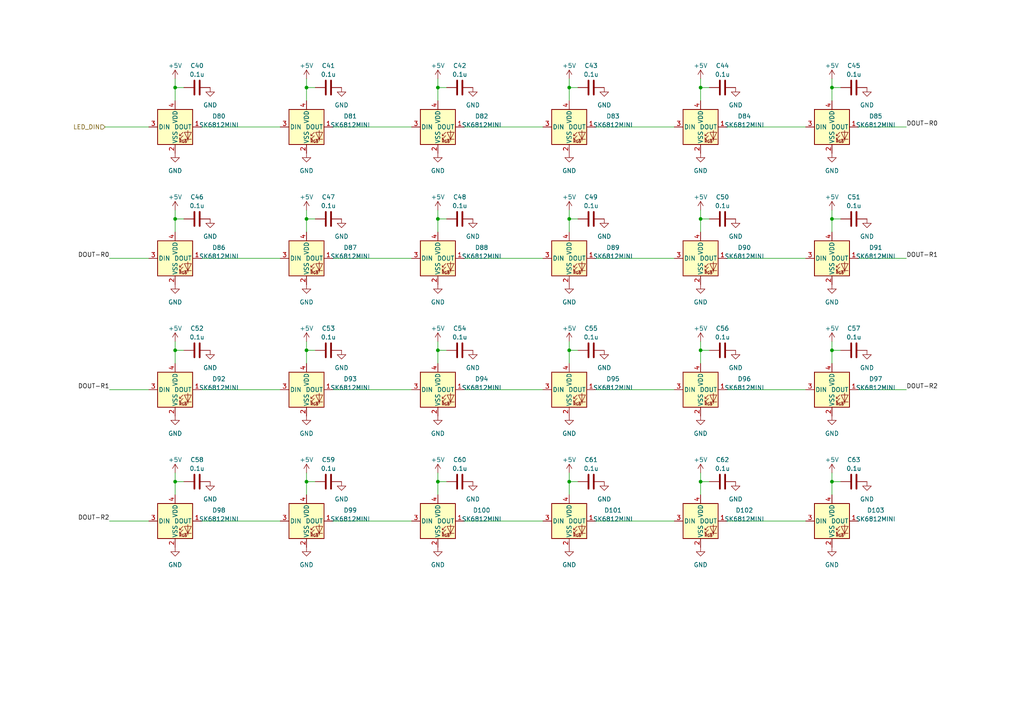
<source format=kicad_sch>
(kicad_sch (version 20230121) (generator eeschema)
  (paper "A4")
  (lib_symbols
    (symbol "Device:C" (pin_numbers hide) (pin_names (offset 0.254))
      (property "Reference" "C" (at 0.635 2.54 0))
      (property "Value" "C" (at 0.635 -2.54 0))
      (symbol "C_0_1"
        (polyline (pts (xy -2.032 -0.762) (xy 2.032 -0.762)) (stroke (width 0.508)))
        (polyline (pts (xy -2.032 0.762) (xy 2.032 0.762)) (stroke (width 0.508)))
      )
      (symbol "C_1_1"
        (pin passive line (at 0 3.81 270) (length 2.794) (name "~") (number "1"))
        (pin passive line (at 0 -3.81 90) (length 2.794) (name "~") (number "2"))
      )
    )
    (symbol "LED:SK6812MINI" (pin_names (offset 0.254))
      (property "Reference" "D" (at 5.08 5.715 0))
      (property "Value" "SK6812MINI" (at 1.27 -5.715 0))
      (symbol "SK6812MINI_0_0"
        (text "RGB" (at 2.286 -4.191 0) (effects (font (size 0.762 0.762))))
      )
      (symbol "SK6812MINI_0_1"
        (polyline (pts (xy 1.27 -3.556) (xy 1.778 -3.556)))
        (polyline (pts (xy 1.27 -2.54) (xy 1.778 -2.54)))
        (polyline (pts (xy 4.699 -3.556) (xy 2.667 -3.556)))
        (polyline (pts (xy 2.286 -2.54) (xy 1.27 -3.556) (xy 1.27 -3.048)))
        (polyline (pts (xy 2.286 -1.524) (xy 1.27 -2.54) (xy 1.27 -2.032)))
        (polyline (pts (xy 3.683 -1.016) (xy 3.683 -3.556) (xy 3.683 -4.064)))
        (polyline (pts (xy 4.699 -1.524) (xy 2.667 -1.524) (xy 3.683 -3.556) (xy 4.699 -1.524)))
        (rectangle (start 5.08 5.08) (end -5.08 -5.08) (stroke (width 0.254)) (fill (type background)))
      )
      (symbol "SK6812MINI_1_1"
        (pin output line (at 7.62 0 180) (length 2.54) (name "DOUT") (number "1"))
        (pin power_in line (at 0 -7.62 90) (length 2.54) (name "VSS") (number "2"))
        (pin input line (at -7.62 0 0) (length 2.54) (name "DIN") (number "3"))
        (pin power_in line (at 0 7.62 270) (length 2.54) (name "VDD") (number "4"))
      )
    )
    (symbol "power:+5V" (power) (pin_names (offset 0))
      (property "Value" "+5V" (at 0 3.556 0))
      (symbol "+5V_0_1"
        (polyline (pts (xy -0.762 1.27) (xy 0 2.54)))
        (polyline (pts (xy 0 0) (xy 0 2.54)))
        (polyline (pts (xy 0 2.54) (xy 0.762 1.27)))
      )
      (symbol "+5V_1_1"
        (pin power_in line (at 0 0 90) (length 0) hide (name "+5V") (number "1"))
      )
    )
    (symbol "power:GND" (power) (pin_names (offset 0))
      (property "Value" "GND" (at 0 -3.81 0))
      (symbol "GND_0_1"
        (polyline (pts (xy 0 0) (xy 0 -1.27) (xy 1.27 -1.27) (xy 0 -2.54) (xy -1.27 -1.27) (xy 0 -1.27)))
      )
      (symbol "GND_1_1"
        (pin power_in line (at 0 0 270) (length 0) hide (name "GND") (number "1"))
      )
    )
  )
  (junction (at 165.1 101.6))
  (junction (at 241.3 25.4))
  (junction (at 127 101.6))
  (junction (at 165.1 139.7))
  (junction (at 203.2 63.5))
  (junction (at 127 139.7))
  (junction (at 165.1 63.5))
  (junction (at 241.3 101.6))
  (junction (at 165.1 25.4))
  (junction (at 50.8 139.7))
  (junction (at 50.8 63.5))
  (junction (at 241.3 63.5))
  (junction (at 203.2 139.7))
  (junction (at 241.3 139.7))
  (junction (at 50.8 101.6))
  (junction (at 203.2 25.4))
  (junction (at 203.2 101.6))
  (junction (at 50.8 25.4))
  (junction (at 88.9 25.4))
  (junction (at 88.9 101.6))
  (junction (at 88.9 63.5))
  (junction (at 127 25.4))
  (junction (at 127 63.5))
  (junction (at 88.9 139.7))
  (wire (pts (xy 243.84 63.5) (xy 241.3 63.5)))
  (wire (pts (xy 88.9 101.6) (xy 88.9 105.41)))
  (wire (pts (xy 203.2 25.4) (xy 203.2 29.21)))
  (wire (pts (xy 91.44 25.4) (xy 88.9 25.4)))
  (wire (pts (xy 241.3 139.7) (xy 241.3 143.51)))
  (wire (pts (xy 50.8 22.86) (xy 50.8 25.4)))
  (wire (pts (xy 58.42 36.83) (xy 81.28 36.83)))
  (wire (pts (xy 203.2 63.5) (xy 203.2 67.31)))
  (wire (pts (xy 172.72 74.93) (xy 195.58 74.93)))
  (wire (pts (xy 127 60.96) (xy 127 63.5)))
  (wire (pts (xy 210.82 74.93) (xy 233.68 74.93)))
  (wire (pts (xy 50.8 63.5) (xy 50.8 67.31)))
  (wire (pts (xy 53.34 25.4) (xy 50.8 25.4)))
  (wire (pts (xy 167.64 25.4) (xy 165.1 25.4)))
  (wire (pts (xy 203.2 101.6) (xy 203.2 105.41)))
  (wire (pts (xy 129.54 139.7) (xy 127 139.7)))
  (wire (pts (xy 165.1 63.5) (xy 165.1 67.31)))
  (wire (pts (xy 203.2 137.16) (xy 203.2 139.7)))
  (wire (pts (xy 241.3 137.16) (xy 241.3 139.7)))
  (wire (pts (xy 88.9 137.16) (xy 88.9 139.7)))
  (wire (pts (xy 203.2 99.06) (xy 203.2 101.6)))
  (wire (pts (xy 53.34 101.6) (xy 50.8 101.6)))
  (wire (pts (xy 134.62 113.03) (xy 157.48 113.03)))
  (wire (pts (xy 127 137.16) (xy 127 139.7)))
  (wire (pts (xy 241.3 60.96) (xy 241.3 63.5)))
  (wire (pts (xy 165.1 101.6) (xy 165.1 105.41)))
  (wire (pts (xy 165.1 60.96) (xy 165.1 63.5)))
  (wire (pts (xy 30.48 36.83) (xy 43.18 36.83)))
  (wire (pts (xy 50.8 60.96) (xy 50.8 63.5)))
  (wire (pts (xy 88.9 60.96) (xy 88.9 63.5)))
  (wire (pts (xy 165.1 25.4) (xy 165.1 29.21)))
  (wire (pts (xy 129.54 63.5) (xy 127 63.5)))
  (wire (pts (xy 91.44 139.7) (xy 88.9 139.7)))
  (wire (pts (xy 50.8 101.6) (xy 50.8 105.41)))
  (wire (pts (xy 88.9 25.4) (xy 88.9 29.21)))
  (wire (pts (xy 127 99.06) (xy 127 101.6)))
  (wire (pts (xy 243.84 101.6) (xy 241.3 101.6)))
  (wire (pts (xy 167.64 63.5) (xy 165.1 63.5)))
  (wire (pts (xy 134.62 151.13) (xy 157.48 151.13)))
  (wire (pts (xy 53.34 63.5) (xy 50.8 63.5)))
  (wire (pts (xy 31.75 151.13) (xy 43.18 151.13)))
  (wire (pts (xy 165.1 137.16) (xy 165.1 139.7)))
  (wire (pts (xy 172.72 113.03) (xy 195.58 113.03)))
  (wire (pts (xy 167.64 101.6) (xy 165.1 101.6)))
  (wire (pts (xy 241.3 63.5) (xy 241.3 67.31)))
  (wire (pts (xy 205.74 63.5) (xy 203.2 63.5)))
  (wire (pts (xy 205.74 139.7) (xy 203.2 139.7)))
  (wire (pts (xy 127 22.86) (xy 127 25.4)))
  (wire (pts (xy 241.3 25.4) (xy 241.3 29.21)))
  (wire (pts (xy 127 101.6) (xy 127 105.41)))
  (wire (pts (xy 241.3 99.06) (xy 241.3 101.6)))
  (wire (pts (xy 243.84 139.7) (xy 241.3 139.7)))
  (wire (pts (xy 58.42 74.93) (xy 81.28 74.93)))
  (wire (pts (xy 88.9 99.06) (xy 88.9 101.6)))
  (wire (pts (xy 127 25.4) (xy 127 29.21)))
  (wire (pts (xy 127 139.7) (xy 127 143.51)))
  (wire (pts (xy 88.9 63.5) (xy 88.9 67.31)))
  (wire (pts (xy 165.1 139.7) (xy 165.1 143.51)))
  (wire (pts (xy 205.74 25.4) (xy 203.2 25.4)))
  (wire (pts (xy 210.82 36.83) (xy 233.68 36.83)))
  (wire (pts (xy 248.92 113.03) (xy 262.89 113.03)))
  (wire (pts (xy 88.9 22.86) (xy 88.9 25.4)))
  (wire (pts (xy 134.62 36.83) (xy 157.48 36.83)))
  (wire (pts (xy 241.3 101.6) (xy 241.3 105.41)))
  (wire (pts (xy 53.34 139.7) (xy 50.8 139.7)))
  (wire (pts (xy 58.42 151.13) (xy 81.28 151.13)))
  (wire (pts (xy 203.2 22.86) (xy 203.2 25.4)))
  (wire (pts (xy 50.8 139.7) (xy 50.8 143.51)))
  (wire (pts (xy 88.9 139.7) (xy 88.9 143.51)))
  (wire (pts (xy 134.62 74.93) (xy 157.48 74.93)))
  (wire (pts (xy 129.54 25.4) (xy 127 25.4)))
  (wire (pts (xy 203.2 60.96) (xy 203.2 63.5)))
  (wire (pts (xy 96.52 113.03) (xy 119.38 113.03)))
  (wire (pts (xy 127 63.5) (xy 127 67.31)))
  (wire (pts (xy 165.1 22.86) (xy 165.1 25.4)))
  (wire (pts (xy 96.52 74.93) (xy 119.38 74.93)))
  (wire (pts (xy 241.3 22.86) (xy 241.3 25.4)))
  (wire (pts (xy 210.82 151.13) (xy 233.68 151.13)))
  (wire (pts (xy 31.75 74.93) (xy 43.18 74.93)))
  (wire (pts (xy 96.52 151.13) (xy 119.38 151.13)))
  (wire (pts (xy 165.1 99.06) (xy 165.1 101.6)))
  (wire (pts (xy 91.44 63.5) (xy 88.9 63.5)))
  (wire (pts (xy 248.92 74.93) (xy 262.89 74.93)))
  (wire (pts (xy 58.42 113.03) (xy 81.28 113.03)))
  (wire (pts (xy 50.8 25.4) (xy 50.8 29.21)))
  (wire (pts (xy 172.72 151.13) (xy 195.58 151.13)))
  (wire (pts (xy 172.72 36.83) (xy 195.58 36.83)))
  (wire (pts (xy 205.74 101.6) (xy 203.2 101.6)))
  (wire (pts (xy 31.75 113.03) (xy 43.18 113.03)))
  (wire (pts (xy 91.44 101.6) (xy 88.9 101.6)))
  (wire (pts (xy 50.8 99.06) (xy 50.8 101.6)))
  (wire (pts (xy 248.92 36.83) (xy 262.89 36.83)))
  (wire (pts (xy 129.54 101.6) (xy 127 101.6)))
  (wire (pts (xy 50.8 137.16) (xy 50.8 139.7)))
  (wire (pts (xy 210.82 113.03) (xy 233.68 113.03)))
  (wire (pts (xy 243.84 25.4) (xy 241.3 25.4)))
  (wire (pts (xy 167.64 139.7) (xy 165.1 139.7)))
  (wire (pts (xy 203.2 139.7) (xy 203.2 143.51)))
  (wire (pts (xy 96.52 36.83) (xy 119.38 36.83)))
  (label "DOUT-R0" (at 31.75 74.93 180))
  (label "DOUT-R1" (at 262.89 74.93 0))
  (label "DOUT-R2" (at 262.89 113.03 0))
  (label "DOUT-R0" (at 262.89 36.83 0))
  (label "DOUT-R2" (at 31.75 151.13 180))
  (label "DOUT-R1" (at 31.75 113.03 180))
  (hierarchical_label "LED_DIN" (shape input) (at 30.48 36.83 180))
  (symbol (lib_id "power:GND") (at 99.06 101.6 0) (unit 1)
    (property "Reference" "#PWR0119" (effects hide))
    (property "Value" "GND" (at 99.06 106.68 0))
  )
  (symbol (lib_id "power:GND") (at 137.16 139.7 0) (unit 1)
    (property "Reference" "#PWR0138" (effects hide))
    (property "Value" "GND" (at 137.16 144.78 0))
  )
  (symbol (lib_id "power:GND") (at 137.16 25.4 0) (unit 1)
    (property "Reference" "#PWR084" (effects hide))
    (property "Value" "GND" (at 137.16 30.48 0))
  )
  (symbol (lib_id "power:GND") (at 50.8 120.65 0) (unit 1)
    (property "Reference" "#PWR0124" (effects hide))
    (property "Value" "GND" (at 50.8 125.73 0))
  )
  (symbol (lib_id "LED:SK6812MINI") (at 165.1 36.83 0) (unit 1)
    (property "Reference" "D83" (at 177.8 33.7059 0))
    (property "Value" "SK6812MINI" (at 177.8 36.2459 0))
    (property "Footprint" "LED_SMD:LED_SK6812MINI_PLCC4_3.5x3.5mm_P1.75mm" (effects hide))
    (property "Datasheet" "https://cdn-shop.adafruit.com/product-files/2686/SK6812MINI_REV.01-1-2.pdf" (effects hide))
  )
  (symbol (lib_id "power:GND") (at 203.2 82.55 0) (unit 1)
    (property "Reference" "#PWR0110" (effects hide))
    (property "Value" "GND" (at 203.2 87.63 0))
  )
  (symbol (lib_id "power:+5V") (at 203.2 137.16 0) (unit 1)
    (property "Reference" "#PWR0134" (effects hide))
    (property "Value" "+5V" (at 203.2 133.35 0))
  )
  (symbol (lib_id "power:+5V") (at 203.2 22.86 0) (unit 1)
    (property "Reference" "#PWR080" (effects hide))
    (property "Value" "+5V" (at 203.2 19.05 0))
  )
  (symbol (lib_id "LED:SK6812MINI") (at 241.3 36.83 0) (unit 1)
    (property "Reference" "D85" (at 254 33.7059 0))
    (property "Value" "SK6812MINI" (at 254 36.2459 0))
    (property "Footprint" "LED_SMD:LED_SK6812MINI_PLCC4_3.5x3.5mm_P1.75mm" (effects hide))
    (property "Datasheet" "https://cdn-shop.adafruit.com/product-files/2686/SK6812MINI_REV.01-1-2.pdf" (effects hide))
  )
  (symbol (lib_id "power:GND") (at 213.36 101.6 0) (unit 1)
    (property "Reference" "#PWR0122" (effects hide))
    (property "Value" "GND" (at 213.36 106.68 0))
  )
  (symbol (lib_id "power:GND") (at 127 120.65 0) (unit 1)
    (property "Reference" "#PWR0126" (effects hide))
    (property "Value" "GND" (at 127 125.73 0))
  )
  (symbol (lib_id "power:GND") (at 175.26 25.4 0) (unit 1)
    (property "Reference" "#PWR085" (effects hide))
    (property "Value" "GND" (at 175.26 30.48 0))
  )
  (symbol (lib_id "power:GND") (at 241.3 158.75 0) (unit 1)
    (property "Reference" "#PWR0147" (effects hide))
    (property "Value" "GND" (at 241.3 163.83 0))
  )
  (symbol (lib_id "LED:SK6812MINI") (at 88.9 74.93 0) (unit 1)
    (property "Reference" "D87" (at 101.6 71.8059 0))
    (property "Value" "SK6812MINI" (at 101.6 74.3459 0))
    (property "Footprint" "LED_SMD:LED_SK6812MINI_PLCC4_3.5x3.5mm_P1.75mm" (effects hide))
    (property "Datasheet" "https://cdn-shop.adafruit.com/product-files/2686/SK6812MINI_REV.01-1-2.pdf" (effects hide))
  )
  (symbol (lib_id "LED:SK6812MINI") (at 241.3 151.13 0) (unit 1)
    (property "Reference" "D103" (at 254 148.0059 0))
    (property "Value" "SK6812MINI" (at 254 150.5459 0))
    (property "Footprint" "LED_SMD:LED_SK6812MINI_PLCC4_3.5x3.5mm_P1.75mm" (effects hide))
    (property "Datasheet" "https://cdn-shop.adafruit.com/product-files/2686/SK6812MINI_REV.01-1-2.pdf" (effects hide))
  )
  (symbol (lib_id "Device:C") (at 209.55 139.7 90) (unit 1)
    (property "Reference" "C62" (at 209.55 133.35 90))
    (property "Value" "0.1u" (at 209.55 135.89 90))
    (property "Footprint" "Capacitor_SMD:C_0402_1005Metric" (effects hide))
  )
  (symbol (lib_id "power:GND") (at 50.8 44.45 0) (unit 1)
    (property "Reference" "#PWR088" (effects hide))
    (property "Value" "GND" (at 50.8 49.53 0))
  )
  (symbol (lib_id "Device:C") (at 247.65 139.7 90) (unit 1)
    (property "Reference" "C63" (at 247.65 133.35 90))
    (property "Value" "0.1u" (at 247.65 135.89 90))
    (property "Footprint" "Capacitor_SMD:C_0402_1005Metric" (effects hide))
  )
  (symbol (lib_id "LED:SK6812MINI") (at 50.8 113.03 0) (unit 1)
    (property "Reference" "D92" (at 63.5 109.9059 0))
    (property "Value" "SK6812MINI" (at 63.5 112.4459 0))
    (property "Footprint" "LED_SMD:LED_SK6812MINI_PLCC4_3.5x3.5mm_P1.75mm" (effects hide))
    (property "Datasheet" "https://cdn-shop.adafruit.com/product-files/2686/SK6812MINI_REV.01-1-2.pdf" (effects hide))
  )
  (symbol (lib_id "LED:SK6812MINI") (at 127 74.93 0) (unit 1)
    (property "Reference" "D88" (at 139.7 71.8059 0))
    (property "Value" "SK6812MINI" (at 139.7 74.3459 0))
    (property "Footprint" "LED_SMD:LED_SK6812MINI_PLCC4_3.5x3.5mm_P1.75mm" (effects hide))
    (property "Datasheet" "https://cdn-shop.adafruit.com/product-files/2686/SK6812MINI_REV.01-1-2.pdf" (effects hide))
  )
  (symbol (lib_id "Device:C") (at 171.45 139.7 90) (unit 1)
    (property "Reference" "C61" (at 171.45 133.35 90))
    (property "Value" "0.1u" (at 171.45 135.89 90))
    (property "Footprint" "Capacitor_SMD:C_0402_1005Metric" (effects hide))
  )
  (symbol (lib_id "power:+5V") (at 203.2 60.96 0) (unit 1)
    (property "Reference" "#PWR098" (effects hide))
    (property "Value" "+5V" (at 203.2 57.15 0))
  )
  (symbol (lib_id "power:GND") (at 137.16 101.6 0) (unit 1)
    (property "Reference" "#PWR0120" (effects hide))
    (property "Value" "GND" (at 137.16 106.68 0))
  )
  (symbol (lib_id "LED:SK6812MINI") (at 165.1 74.93 0) (unit 1)
    (property "Reference" "D89" (at 177.8 71.8059 0))
    (property "Value" "SK6812MINI" (at 177.8 74.3459 0))
    (property "Footprint" "LED_SMD:LED_SK6812MINI_PLCC4_3.5x3.5mm_P1.75mm" (effects hide))
    (property "Datasheet" "https://cdn-shop.adafruit.com/product-files/2686/SK6812MINI_REV.01-1-2.pdf" (effects hide))
  )
  (symbol (lib_id "power:+5V") (at 165.1 137.16 0) (unit 1)
    (property "Reference" "#PWR0133" (effects hide))
    (property "Value" "+5V" (at 165.1 133.35 0))
  )
  (symbol (lib_id "Device:C") (at 133.35 63.5 90) (unit 1)
    (property "Reference" "C48" (at 133.35 57.15 90))
    (property "Value" "0.1u" (at 133.35 59.69 90))
    (property "Footprint" "Capacitor_SMD:C_0402_1005Metric" (effects hide))
  )
  (symbol (lib_id "LED:SK6812MINI") (at 203.2 74.93 0) (unit 1)
    (property "Reference" "D90" (at 215.9 71.8059 0))
    (property "Value" "SK6812MINI" (at 215.9 74.3459 0))
    (property "Footprint" "LED_SMD:LED_SK6812MINI_PLCC4_3.5x3.5mm_P1.75mm" (effects hide))
    (property "Datasheet" "https://cdn-shop.adafruit.com/product-files/2686/SK6812MINI_REV.01-1-2.pdf" (effects hide))
  )
  (symbol (lib_id "power:GND") (at 175.26 63.5 0) (unit 1)
    (property "Reference" "#PWR0103" (effects hide))
    (property "Value" "GND" (at 175.26 68.58 0))
  )
  (symbol (lib_id "LED:SK6812MINI") (at 88.9 151.13 0) (unit 1)
    (property "Reference" "D99" (at 101.6 148.0059 0))
    (property "Value" "SK6812MINI" (at 101.6 150.5459 0))
    (property "Footprint" "LED_SMD:LED_SK6812MINI_PLCC4_3.5x3.5mm_P1.75mm" (effects hide))
    (property "Datasheet" "https://cdn-shop.adafruit.com/product-files/2686/SK6812MINI_REV.01-1-2.pdf" (effects hide))
  )
  (symbol (lib_id "power:+5V") (at 165.1 22.86 0) (unit 1)
    (property "Reference" "#PWR079" (effects hide))
    (property "Value" "+5V" (at 165.1 19.05 0))
  )
  (symbol (lib_id "power:+5V") (at 241.3 99.06 0) (unit 1)
    (property "Reference" "#PWR0117" (effects hide))
    (property "Value" "+5V" (at 241.3 95.25 0))
  )
  (symbol (lib_id "power:GND") (at 241.3 44.45 0) (unit 1)
    (property "Reference" "#PWR093" (effects hide))
    (property "Value" "GND" (at 241.3 49.53 0))
  )
  (symbol (lib_id "power:GND") (at 203.2 158.75 0) (unit 1)
    (property "Reference" "#PWR0146" (effects hide))
    (property "Value" "GND" (at 203.2 163.83 0))
  )
  (symbol (lib_id "power:+5V") (at 127 60.96 0) (unit 1)
    (property "Reference" "#PWR096" (effects hide))
    (property "Value" "+5V" (at 127 57.15 0))
  )
  (symbol (lib_id "Device:C") (at 133.35 101.6 90) (unit 1)
    (property "Reference" "C54" (at 133.35 95.25 90))
    (property "Value" "0.1u" (at 133.35 97.79 90))
    (property "Footprint" "Capacitor_SMD:C_0402_1005Metric" (effects hide))
  )
  (symbol (lib_id "power:GND") (at 127 82.55 0) (unit 1)
    (property "Reference" "#PWR0108" (effects hide))
    (property "Value" "GND" (at 127 87.63 0))
  )
  (symbol (lib_id "Device:C") (at 133.35 25.4 90) (unit 1)
    (property "Reference" "C42" (at 133.35 19.05 90))
    (property "Value" "0.1u" (at 133.35 21.59 90))
    (property "Footprint" "Capacitor_SMD:C_0402_1005Metric" (effects hide))
  )
  (symbol (lib_id "LED:SK6812MINI") (at 165.1 113.03 0) (unit 1)
    (property "Reference" "D95" (at 177.8 109.9059 0))
    (property "Value" "SK6812MINI" (at 177.8 112.4459 0))
    (property "Footprint" "LED_SMD:LED_SK6812MINI_PLCC4_3.5x3.5mm_P1.75mm" (effects hide))
    (property "Datasheet" "https://cdn-shop.adafruit.com/product-files/2686/SK6812MINI_REV.01-1-2.pdf" (effects hide))
  )
  (symbol (lib_id "power:GND") (at 88.9 158.75 0) (unit 1)
    (property "Reference" "#PWR0143" (effects hide))
    (property "Value" "GND" (at 88.9 163.83 0))
  )
  (symbol (lib_id "power:+5V") (at 165.1 99.06 0) (unit 1)
    (property "Reference" "#PWR0115" (effects hide))
    (property "Value" "+5V" (at 165.1 95.25 0))
  )
  (symbol (lib_id "power:GND") (at 175.26 139.7 0) (unit 1)
    (property "Reference" "#PWR0139" (effects hide))
    (property "Value" "GND" (at 175.26 144.78 0))
  )
  (symbol (lib_id "Device:C") (at 57.15 25.4 90) (unit 1)
    (property "Reference" "C40" (at 57.15 19.05 90))
    (property "Value" "0.1u" (at 57.15 21.59 90))
    (property "Footprint" "Capacitor_SMD:C_0402_1005Metric" (effects hide))
  )
  (symbol (lib_id "power:GND") (at 203.2 120.65 0) (unit 1)
    (property "Reference" "#PWR0128" (effects hide))
    (property "Value" "GND" (at 203.2 125.73 0))
  )
  (symbol (lib_id "power:+5V") (at 88.9 137.16 0) (unit 1)
    (property "Reference" "#PWR0131" (effects hide))
    (property "Value" "+5V" (at 88.9 133.35 0))
  )
  (symbol (lib_id "power:GND") (at 127 44.45 0) (unit 1)
    (property "Reference" "#PWR090" (effects hide))
    (property "Value" "GND" (at 127 49.53 0))
  )
  (symbol (lib_id "Device:C") (at 95.25 139.7 90) (unit 1)
    (property "Reference" "C59" (at 95.25 133.35 90))
    (property "Value" "0.1u" (at 95.25 135.89 90))
    (property "Footprint" "Capacitor_SMD:C_0402_1005Metric" (effects hide))
  )
  (symbol (lib_id "power:GND") (at 251.46 101.6 0) (unit 1)
    (property "Reference" "#PWR0123" (effects hide))
    (property "Value" "GND" (at 251.46 106.68 0))
  )
  (symbol (lib_id "power:GND") (at 127 158.75 0) (unit 1)
    (property "Reference" "#PWR0144" (effects hide))
    (property "Value" "GND" (at 127 163.83 0))
  )
  (symbol (lib_id "LED:SK6812MINI") (at 165.1 151.13 0) (unit 1)
    (property "Reference" "D101" (at 177.8 148.0059 0))
    (property "Value" "SK6812MINI" (at 177.8 150.5459 0))
    (property "Footprint" "LED_SMD:LED_SK6812MINI_PLCC4_3.5x3.5mm_P1.75mm" (effects hide))
    (property "Datasheet" "https://cdn-shop.adafruit.com/product-files/2686/SK6812MINI_REV.01-1-2.pdf" (effects hide))
  )
  (symbol (lib_id "power:+5V") (at 50.8 22.86 0) (unit 1)
    (property "Reference" "#PWR076" (effects hide))
    (property "Value" "+5V" (at 50.8 19.05 0))
  )
  (symbol (lib_id "power:GND") (at 175.26 101.6 0) (unit 1)
    (property "Reference" "#PWR0121" (effects hide))
    (property "Value" "GND" (at 175.26 106.68 0))
  )
  (symbol (lib_id "power:+5V") (at 88.9 99.06 0) (unit 1)
    (property "Reference" "#PWR0113" (effects hide))
    (property "Value" "+5V" (at 88.9 95.25 0))
  )
  (symbol (lib_id "Device:C") (at 209.55 25.4 90) (unit 1)
    (property "Reference" "C44" (at 209.55 19.05 90))
    (property "Value" "0.1u" (at 209.55 21.59 90))
    (property "Footprint" "Capacitor_SMD:C_0402_1005Metric" (effects hide))
  )
  (symbol (lib_id "power:GND") (at 99.06 25.4 0) (unit 1)
    (property "Reference" "#PWR083" (effects hide))
    (property "Value" "GND" (at 99.06 30.48 0))
  )
  (symbol (lib_id "LED:SK6812MINI") (at 50.8 151.13 0) (unit 1)
    (property "Reference" "D98" (at 63.5 148.0059 0))
    (property "Value" "SK6812MINI" (at 63.5 150.5459 0))
    (property "Footprint" "LED_SMD:LED_SK6812MINI_PLCC4_3.5x3.5mm_P1.75mm" (effects hide))
    (property "Datasheet" "https://cdn-shop.adafruit.com/product-files/2686/SK6812MINI_REV.01-1-2.pdf" (effects hide))
  )
  (symbol (lib_id "Device:C") (at 209.55 63.5 90) (unit 1)
    (property "Reference" "C50" (at 209.55 57.15 90))
    (property "Value" "0.1u" (at 209.55 59.69 90))
    (property "Footprint" "Capacitor_SMD:C_0402_1005Metric" (effects hide))
  )
  (symbol (lib_id "Device:C") (at 171.45 25.4 90) (unit 1)
    (property "Reference" "C43" (at 171.45 19.05 90))
    (property "Value" "0.1u" (at 171.45 21.59 90))
    (property "Footprint" "Capacitor_SMD:C_0402_1005Metric" (effects hide))
  )
  (symbol (lib_id "power:+5V") (at 88.9 22.86 0) (unit 1)
    (property "Reference" "#PWR077" (effects hide))
    (property "Value" "+5V" (at 88.9 19.05 0))
  )
  (symbol (lib_id "Device:C") (at 247.65 63.5 90) (unit 1)
    (property "Reference" "C51" (at 247.65 57.15 90))
    (property "Value" "0.1u" (at 247.65 59.69 90))
    (property "Footprint" "Capacitor_SMD:C_0402_1005Metric" (effects hide))
  )
  (symbol (lib_id "power:+5V") (at 203.2 99.06 0) (unit 1)
    (property "Reference" "#PWR0116" (effects hide))
    (property "Value" "+5V" (at 203.2 95.25 0))
  )
  (symbol (lib_id "power:GND") (at 165.1 158.75 0) (unit 1)
    (property "Reference" "#PWR0145" (effects hide))
    (property "Value" "GND" (at 165.1 163.83 0))
  )
  (symbol (lib_id "Device:C") (at 95.25 101.6 90) (unit 1)
    (property "Reference" "C53" (at 95.25 95.25 90))
    (property "Value" "0.1u" (at 95.25 97.79 90))
    (property "Footprint" "Capacitor_SMD:C_0402_1005Metric" (effects hide))
  )
  (symbol (lib_id "LED:SK6812MINI") (at 88.9 113.03 0) (unit 1)
    (property "Reference" "D93" (at 101.6 109.9059 0))
    (property "Value" "SK6812MINI" (at 101.6 112.4459 0))
    (property "Footprint" "LED_SMD:LED_SK6812MINI_PLCC4_3.5x3.5mm_P1.75mm" (effects hide))
    (property "Datasheet" "https://cdn-shop.adafruit.com/product-files/2686/SK6812MINI_REV.01-1-2.pdf" (effects hide))
  )
  (symbol (lib_id "LED:SK6812MINI") (at 127 36.83 0) (unit 1)
    (property "Reference" "D82" (at 139.7 33.7059 0))
    (property "Value" "SK6812MINI" (at 139.7 36.2459 0))
    (property "Footprint" "LED_SMD:LED_SK6812MINI_PLCC4_3.5x3.5mm_P1.75mm" (effects hide))
    (property "Datasheet" "https://cdn-shop.adafruit.com/product-files/2686/SK6812MINI_REV.01-1-2.pdf" (effects hide))
  )
  (symbol (lib_id "power:GND") (at 251.46 63.5 0) (unit 1)
    (property "Reference" "#PWR0105" (effects hide))
    (property "Value" "GND" (at 251.46 68.58 0))
  )
  (symbol (lib_id "power:GND") (at 60.96 63.5 0) (unit 1)
    (property "Reference" "#PWR0100" (effects hide))
    (property "Value" "GND" (at 60.96 68.58 0))
  )
  (symbol (lib_id "LED:SK6812MINI") (at 50.8 74.93 0) (unit 1)
    (property "Reference" "D86" (at 63.5 71.8059 0))
    (property "Value" "SK6812MINI" (at 63.5 74.3459 0))
    (property "Footprint" "LED_SMD:LED_SK6812MINI_PLCC4_3.5x3.5mm_P1.75mm" (effects hide))
    (property "Datasheet" "https://cdn-shop.adafruit.com/product-files/2686/SK6812MINI_REV.01-1-2.pdf" (effects hide))
  )
  (symbol (lib_id "power:GND") (at 213.36 63.5 0) (unit 1)
    (property "Reference" "#PWR0104" (effects hide))
    (property "Value" "GND" (at 213.36 68.58 0))
  )
  (symbol (lib_id "power:GND") (at 165.1 44.45 0) (unit 1)
    (property "Reference" "#PWR091" (effects hide))
    (property "Value" "GND" (at 165.1 49.53 0))
  )
  (symbol (lib_id "power:GND") (at 165.1 82.55 0) (unit 1)
    (property "Reference" "#PWR0109" (effects hide))
    (property "Value" "GND" (at 165.1 87.63 0))
  )
  (symbol (lib_id "power:+5V") (at 50.8 60.96 0) (unit 1)
    (property "Reference" "#PWR094" (effects hide))
    (property "Value" "+5V" (at 50.8 57.15 0))
  )
  (symbol (lib_id "power:GND") (at 88.9 82.55 0) (unit 1)
    (property "Reference" "#PWR0107" (effects hide))
    (property "Value" "GND" (at 88.9 87.63 0))
  )
  (symbol (lib_id "power:+5V") (at 127 137.16 0) (unit 1)
    (property "Reference" "#PWR0132" (effects hide))
    (property "Value" "+5V" (at 127 133.35 0))
  )
  (symbol (lib_id "LED:SK6812MINI") (at 127 151.13 0) (unit 1)
    (property "Reference" "D100" (at 139.7 148.0059 0))
    (property "Value" "SK6812MINI" (at 139.7 150.5459 0))
    (property "Footprint" "LED_SMD:LED_SK6812MINI_PLCC4_3.5x3.5mm_P1.75mm" (effects hide))
    (property "Datasheet" "https://cdn-shop.adafruit.com/product-files/2686/SK6812MINI_REV.01-1-2.pdf" (effects hide))
  )
  (symbol (lib_id "power:GND") (at 203.2 44.45 0) (unit 1)
    (property "Reference" "#PWR092" (effects hide))
    (property "Value" "GND" (at 203.2 49.53 0))
  )
  (symbol (lib_id "power:GND") (at 251.46 139.7 0) (unit 1)
    (property "Reference" "#PWR0141" (effects hide))
    (property "Value" "GND" (at 251.46 144.78 0))
  )
  (symbol (lib_id "LED:SK6812MINI") (at 127 113.03 0) (unit 1)
    (property "Reference" "D94" (at 139.7 109.9059 0))
    (property "Value" "SK6812MINI" (at 139.7 112.4459 0))
    (property "Footprint" "LED_SMD:LED_SK6812MINI_PLCC4_3.5x3.5mm_P1.75mm" (effects hide))
    (property "Datasheet" "https://cdn-shop.adafruit.com/product-files/2686/SK6812MINI_REV.01-1-2.pdf" (effects hide))
  )
  (symbol (lib_id "power:GND") (at 241.3 82.55 0) (unit 1)
    (property "Reference" "#PWR0111" (effects hide))
    (property "Value" "GND" (at 241.3 87.63 0))
  )
  (symbol (lib_id "Device:C") (at 171.45 101.6 90) (unit 1)
    (property "Reference" "C55" (at 171.45 95.25 90))
    (property "Value" "0.1u" (at 171.45 97.79 90))
    (property "Footprint" "Capacitor_SMD:C_0402_1005Metric" (effects hide))
  )
  (symbol (lib_id "power:GND") (at 99.06 63.5 0) (unit 1)
    (property "Reference" "#PWR0101" (effects hide))
    (property "Value" "GND" (at 99.06 68.58 0))
  )
  (symbol (lib_id "power:GND") (at 213.36 25.4 0) (unit 1)
    (property "Reference" "#PWR086" (effects hide))
    (property "Value" "GND" (at 213.36 30.48 0))
  )
  (symbol (lib_id "Device:C") (at 95.25 63.5 90) (unit 1)
    (property "Reference" "C47" (at 95.25 57.15 90))
    (property "Value" "0.1u" (at 95.25 59.69 90))
    (property "Footprint" "Capacitor_SMD:C_0402_1005Metric" (effects hide))
  )
  (symbol (lib_id "power:+5V") (at 241.3 137.16 0) (unit 1)
    (property "Reference" "#PWR0135" (effects hide))
    (property "Value" "+5V" (at 241.3 133.35 0))
  )
  (symbol (lib_id "power:GND") (at 60.96 139.7 0) (unit 1)
    (property "Reference" "#PWR0136" (effects hide))
    (property "Value" "GND" (at 60.96 144.78 0))
  )
  (symbol (lib_id "LED:SK6812MINI") (at 50.8 36.83 0) (unit 1)
    (property "Reference" "D80" (at 63.5 33.7059 0))
    (property "Value" "SK6812MINI" (at 63.5 36.2459 0))
    (property "Footprint" "LED_SMD:LED_SK6812MINI_PLCC4_3.5x3.5mm_P1.75mm" (effects hide))
    (property "Datasheet" "https://cdn-shop.adafruit.com/product-files/2686/SK6812MINI_REV.01-1-2.pdf" (effects hide))
  )
  (symbol (lib_id "power:+5V") (at 241.3 60.96 0) (unit 1)
    (property "Reference" "#PWR099" (effects hide))
    (property "Value" "+5V" (at 241.3 57.15 0))
  )
  (symbol (lib_id "power:GND") (at 99.06 139.7 0) (unit 1)
    (property "Reference" "#PWR0137" (effects hide))
    (property "Value" "GND" (at 99.06 144.78 0))
  )
  (symbol (lib_id "LED:SK6812MINI") (at 203.2 113.03 0) (unit 1)
    (property "Reference" "D96" (at 215.9 109.9059 0))
    (property "Value" "SK6812MINI" (at 215.9 112.4459 0))
    (property "Footprint" "LED_SMD:LED_SK6812MINI_PLCC4_3.5x3.5mm_P1.75mm" (effects hide))
    (property "Datasheet" "https://cdn-shop.adafruit.com/product-files/2686/SK6812MINI_REV.01-1-2.pdf" (effects hide))
  )
  (symbol (lib_id "power:GND") (at 50.8 158.75 0) (unit 1)
    (property "Reference" "#PWR0142" (effects hide))
    (property "Value" "GND" (at 50.8 163.83 0))
  )
  (symbol (lib_id "power:GND") (at 88.9 44.45 0) (unit 1)
    (property "Reference" "#PWR089" (effects hide))
    (property "Value" "GND" (at 88.9 49.53 0))
  )
  (symbol (lib_id "power:+5V") (at 127 99.06 0) (unit 1)
    (property "Reference" "#PWR0114" (effects hide))
    (property "Value" "+5V" (at 127 95.25 0))
  )
  (symbol (lib_id "Device:C") (at 57.15 63.5 90) (unit 1)
    (property "Reference" "C46" (at 57.15 57.15 90))
    (property "Value" "0.1u" (at 57.15 59.69 90))
    (property "Footprint" "Capacitor_SMD:C_0402_1005Metric" (effects hide))
  )
  (symbol (lib_id "Device:C") (at 209.55 101.6 90) (unit 1)
    (property "Reference" "C56" (at 209.55 95.25 90))
    (property "Value" "0.1u" (at 209.55 97.79 90))
    (property "Footprint" "Capacitor_SMD:C_0402_1005Metric" (effects hide))
  )
  (symbol (lib_id "Device:C") (at 133.35 139.7 90) (unit 1)
    (property "Reference" "C60" (at 133.35 133.35 90))
    (property "Value" "0.1u" (at 133.35 135.89 90))
    (property "Footprint" "Capacitor_SMD:C_0402_1005Metric" (effects hide))
  )
  (symbol (lib_id "power:+5V") (at 50.8 99.06 0) (unit 1)
    (property "Reference" "#PWR0112" (effects hide))
    (property "Value" "+5V" (at 50.8 95.25 0))
  )
  (symbol (lib_id "Device:C") (at 247.65 25.4 90) (unit 1)
    (property "Reference" "C45" (at 247.65 19.05 90))
    (property "Value" "0.1u" (at 247.65 21.59 90))
    (property "Footprint" "Capacitor_SMD:C_0402_1005Metric" (effects hide))
  )
  (symbol (lib_id "power:+5V") (at 127 22.86 0) (unit 1)
    (property "Reference" "#PWR078" (effects hide))
    (property "Value" "+5V" (at 127 19.05 0))
  )
  (symbol (lib_id "LED:SK6812MINI") (at 203.2 36.83 0) (unit 1)
    (property "Reference" "D84" (at 215.9 33.7059 0))
    (property "Value" "SK6812MINI" (at 215.9 36.2459 0))
    (property "Footprint" "LED_SMD:LED_SK6812MINI_PLCC4_3.5x3.5mm_P1.75mm" (effects hide))
    (property "Datasheet" "https://cdn-shop.adafruit.com/product-files/2686/SK6812MINI_REV.01-1-2.pdf" (effects hide))
  )
  (symbol (lib_id "power:GND") (at 165.1 120.65 0) (unit 1)
    (property "Reference" "#PWR0127" (effects hide))
    (property "Value" "GND" (at 165.1 125.73 0))
  )
  (symbol (lib_id "Device:C") (at 57.15 101.6 90) (unit 1)
    (property "Reference" "C52" (at 57.15 95.25 90))
    (property "Value" "0.1u" (at 57.15 97.79 90))
    (property "Footprint" "Capacitor_SMD:C_0402_1005Metric" (effects hide))
  )
  (symbol (lib_id "power:GND") (at 251.46 25.4 0) (unit 1)
    (property "Reference" "#PWR087" (effects hide))
    (property "Value" "GND" (at 251.46 30.48 0))
  )
  (symbol (lib_id "power:+5V") (at 50.8 137.16 0) (unit 1)
    (property "Reference" "#PWR0130" (effects hide))
    (property "Value" "+5V" (at 50.8 133.35 0))
  )
  (symbol (lib_id "power:+5V") (at 88.9 60.96 0) (unit 1)
    (property "Reference" "#PWR095" (effects hide))
    (property "Value" "+5V" (at 88.9 57.15 0))
  )
  (symbol (lib_id "Device:C") (at 95.25 25.4 90) (unit 1)
    (property "Reference" "C41" (at 95.25 19.05 90))
    (property "Value" "0.1u" (at 95.25 21.59 90))
    (property "Footprint" "Capacitor_SMD:C_0402_1005Metric" (effects hide))
  )
  (symbol (lib_id "LED:SK6812MINI") (at 241.3 74.93 0) (unit 1)
    (property "Reference" "D91" (at 254 71.8059 0))
    (property "Value" "SK6812MINI" (at 254 74.3459 0))
    (property "Footprint" "LED_SMD:LED_SK6812MINI_PLCC4_3.5x3.5mm_P1.75mm" (effects hide))
    (property "Datasheet" "https://cdn-shop.adafruit.com/product-files/2686/SK6812MINI_REV.01-1-2.pdf" (effects hide))
  )
  (symbol (lib_id "power:+5V") (at 165.1 60.96 0) (unit 1)
    (property "Reference" "#PWR097" (effects hide))
    (property "Value" "+5V" (at 165.1 57.15 0))
  )
  (symbol (lib_id "power:+5V") (at 241.3 22.86 0) (unit 1)
    (property "Reference" "#PWR081" (effects hide))
    (property "Value" "+5V" (at 241.3 19.05 0))
  )
  (symbol (lib_id "power:GND") (at 60.96 101.6 0) (unit 1)
    (property "Reference" "#PWR0118" (effects hide))
    (property "Value" "GND" (at 60.96 106.68 0))
  )
  (symbol (lib_id "power:GND") (at 241.3 120.65 0) (unit 1)
    (property "Reference" "#PWR0129" (effects hide))
    (property "Value" "GND" (at 241.3 125.73 0))
  )
  (symbol (lib_id "Device:C") (at 57.15 139.7 90) (unit 1)
    (property "Reference" "C58" (at 57.15 133.35 90))
    (property "Value" "0.1u" (at 57.15 135.89 90))
    (property "Footprint" "Capacitor_SMD:C_0402_1005Metric" (effects hide))
  )
  (symbol (lib_id "power:GND") (at 213.36 139.7 0) (unit 1)
    (property "Reference" "#PWR0140" (effects hide))
    (property "Value" "GND" (at 213.36 144.78 0))
  )
  (symbol (lib_id "power:GND") (at 60.96 25.4 0) (unit 1)
    (property "Reference" "#PWR082" (effects hide))
    (property "Value" "GND" (at 60.96 30.48 0))
  )
  (symbol (lib_id "Device:C") (at 171.45 63.5 90) (unit 1)
    (property "Reference" "C49" (at 171.45 57.15 90))
    (property "Value" "0.1u" (at 171.45 59.69 90))
    (property "Footprint" "Capacitor_SMD:C_0402_1005Metric" (effects hide))
  )
  (symbol (lib_id "power:GND") (at 137.16 63.5 0) (unit 1)
    (property "Reference" "#PWR0102" (effects hide))
    (property "Value" "GND" (at 137.16 68.58 0))
  )
  (symbol (lib_id "LED:SK6812MINI") (at 88.9 36.83 0) (unit 1)
    (property "Reference" "D81" (at 101.6 33.7059 0))
    (property "Value" "SK6812MINI" (at 101.6 36.2459 0))
    (property "Footprint" "LED_SMD:LED_SK6812MINI_PLCC4_3.5x3.5mm_P1.75mm" (effects hide))
    (property "Datasheet" "https://cdn-shop.adafruit.com/product-files/2686/SK6812MINI_REV.01-1-2.pdf" (effects hide))
  )
  (symbol (lib_id "LED:SK6812MINI") (at 241.3 113.03 0) (unit 1)
    (property "Reference" "D97" (at 254 109.9059 0))
    (property "Value" "SK6812MINI" (at 254 112.4459 0))
    (property "Footprint" "LED_SMD:LED_SK6812MINI_PLCC4_3.5x3.5mm_P1.75mm" (effects hide))
    (property "Datasheet" "https://cdn-shop.adafruit.com/product-files/2686/SK6812MINI_REV.01-1-2.pdf" (effects hide))
  )
  (symbol (lib_id "power:GND") (at 50.8 82.55 0) (unit 1)
    (property "Reference" "#PWR0106" (effects hide))
    (property "Value" "GND" (at 50.8 87.63 0))
  )
  (symbol (lib_id "power:GND") (at 88.9 120.65 0) (unit 1)
    (property "Reference" "#PWR0125" (effects hide))
    (property "Value" "GND" (at 88.9 125.73 0))
  )
  (symbol (lib_id "LED:SK6812MINI") (at 203.2 151.13 0) (unit 1)
    (property "Reference" "D102" (at 215.9 148.0059 0))
    (property "Value" "SK6812MINI" (at 215.9 150.5459 0))
    (property "Footprint" "LED_SMD:LED_SK6812MINI_PLCC4_3.5x3.5mm_P1.75mm" (effects hide))
    (property "Datasheet" "https://cdn-shop.adafruit.com/product-files/2686/SK6812MINI_REV.01-1-2.pdf" (effects hide))
  )
  (symbol (lib_id "Device:C") (at 247.65 101.6 90) (unit 1)
    (property "Reference" "C57" (at 247.65 95.25 90))
    (property "Value" "0.1u" (at 247.65 97.79 90))
    (property "Footprint" "Capacitor_SMD:C_0402_1005Metric" (effects hide))
  )
)
</source>
